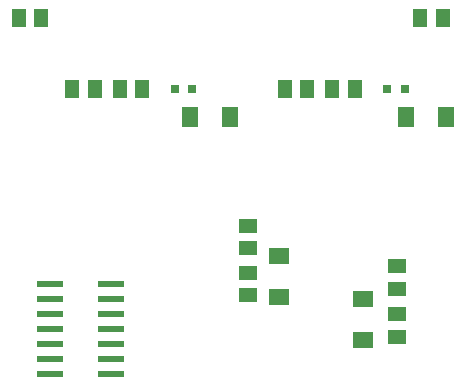
<source format=gbr>
G04 EAGLE Gerber RS-274X export*
G75*
%MOMM*%
%FSLAX34Y34*%
%LPD*%
%INSolderpaste Top*%
%IPPOS*%
%AMOC8*
5,1,8,0,0,1.08239X$1,22.5*%
G01*
%ADD10R,2.200000X0.600000*%
%ADD11R,1.500000X1.300000*%
%ADD12R,1.400000X1.800000*%
%ADD13R,1.300000X1.500000*%
%ADD14R,0.800000X0.800000*%
%ADD15R,1.800000X1.400000*%


D10*
X118700Y91100D03*
X66700Y91100D03*
X118700Y78400D03*
X118700Y103800D03*
X118700Y116500D03*
X66700Y78400D03*
X66700Y103800D03*
X66700Y116500D03*
X118700Y141900D03*
X66700Y141900D03*
X118700Y129200D03*
X118700Y154600D03*
X66700Y129200D03*
X66700Y154600D03*
D11*
X360400Y150800D03*
X360400Y169800D03*
X360400Y110000D03*
X360400Y129000D03*
D12*
X402400Y296000D03*
X368400Y296000D03*
D13*
X305900Y320000D03*
X324900Y320000D03*
X265900Y320000D03*
X284900Y320000D03*
D14*
X367500Y320000D03*
X352500Y320000D03*
D15*
X332300Y141700D03*
X332300Y107700D03*
D11*
X234600Y185100D03*
X234600Y204100D03*
X234600Y145100D03*
X234600Y164100D03*
D12*
X219300Y296000D03*
X185300Y296000D03*
D13*
X125900Y320000D03*
X144900Y320000D03*
X85900Y320000D03*
X104900Y320000D03*
D14*
X187500Y320000D03*
X172500Y320000D03*
D15*
X261200Y178100D03*
X261200Y144100D03*
D13*
X399500Y380000D03*
X380500Y380000D03*
X40500Y380000D03*
X59500Y380000D03*
M02*

</source>
